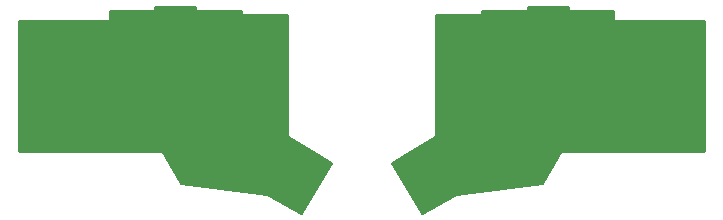
<source format=gbr>
G04 #@! TF.GenerationSoftware,KiCad,Pcbnew,(5.1.10-1-10_14)*
G04 #@! TF.CreationDate,2021-08-18T21:56:21-05:00*
G04 #@! TF.ProjectId,PCB-Keychains,5043422d-4b65-4796-9368-61696e732e6b,rev?*
G04 #@! TF.SameCoordinates,Original*
G04 #@! TF.FileFunction,Copper,L1,Top*
G04 #@! TF.FilePolarity,Positive*
%FSLAX46Y46*%
G04 Gerber Fmt 4.6, Leading zero omitted, Abs format (unit mm)*
G04 Created by KiCad (PCBNEW (5.1.10-1-10_14)) date 2021-08-18 21:56:21*
%MOMM*%
%LPD*%
G01*
G04 APERTURE LIST*
G04 #@! TA.AperFunction,NonConductor*
%ADD10C,0.254000*%
G04 #@! TD*
G04 #@! TA.AperFunction,NonConductor*
%ADD11C,0.100000*%
G04 #@! TD*
G04 APERTURE END LIST*
D10*
X268473000Y-113500000D02*
X268475440Y-113524776D01*
X268482667Y-113548601D01*
X268494403Y-113570557D01*
X268510197Y-113589803D01*
X268529443Y-113605597D01*
X268551399Y-113617333D01*
X268575224Y-113624560D01*
X268600000Y-113627000D01*
X272273000Y-113627000D01*
X272273000Y-114300000D01*
X272275440Y-114324776D01*
X272282667Y-114348601D01*
X272294403Y-114370557D01*
X272310197Y-114389803D01*
X272329443Y-114405597D01*
X272351399Y-114417333D01*
X272375224Y-114424560D01*
X272400000Y-114427000D01*
X279973000Y-114427000D01*
X279973000Y-125473000D01*
X267900000Y-125473000D01*
X267875224Y-125475440D01*
X267851399Y-125482667D01*
X267829443Y-125494403D01*
X267810197Y-125510197D01*
X267790743Y-125535255D01*
X266222546Y-128181587D01*
X258984460Y-129073954D01*
X258960168Y-129079408D01*
X258937387Y-129089507D01*
X256046959Y-130727416D01*
X253572710Y-126445062D01*
X257164907Y-124309161D01*
X257184956Y-124294401D01*
X257201740Y-124276013D01*
X257214614Y-124254704D01*
X257223084Y-124231293D01*
X257227000Y-124200000D01*
X257227000Y-113927000D01*
X261000000Y-113927000D01*
X261024776Y-113924560D01*
X261048601Y-113917333D01*
X261070557Y-113905597D01*
X261089803Y-113889803D01*
X261105597Y-113870557D01*
X261117333Y-113848601D01*
X261124560Y-113824776D01*
X261127000Y-113800000D01*
X261127000Y-113627000D01*
X264900000Y-113627000D01*
X264924776Y-113624560D01*
X264948601Y-113617333D01*
X264970557Y-113605597D01*
X264989803Y-113589803D01*
X265005597Y-113570557D01*
X265017333Y-113548601D01*
X265024560Y-113524776D01*
X265027000Y-113500000D01*
X265027000Y-113227000D01*
X268473000Y-113227000D01*
X268473000Y-113500000D01*
G04 #@! TA.AperFunction,NonConductor*
D11*
G36*
X268473000Y-113500000D02*
G01*
X268475440Y-113524776D01*
X268482667Y-113548601D01*
X268494403Y-113570557D01*
X268510197Y-113589803D01*
X268529443Y-113605597D01*
X268551399Y-113617333D01*
X268575224Y-113624560D01*
X268600000Y-113627000D01*
X272273000Y-113627000D01*
X272273000Y-114300000D01*
X272275440Y-114324776D01*
X272282667Y-114348601D01*
X272294403Y-114370557D01*
X272310197Y-114389803D01*
X272329443Y-114405597D01*
X272351399Y-114417333D01*
X272375224Y-114424560D01*
X272400000Y-114427000D01*
X279973000Y-114427000D01*
X279973000Y-125473000D01*
X267900000Y-125473000D01*
X267875224Y-125475440D01*
X267851399Y-125482667D01*
X267829443Y-125494403D01*
X267810197Y-125510197D01*
X267790743Y-125535255D01*
X266222546Y-128181587D01*
X258984460Y-129073954D01*
X258960168Y-129079408D01*
X258937387Y-129089507D01*
X256046959Y-130727416D01*
X253572710Y-126445062D01*
X257164907Y-124309161D01*
X257184956Y-124294401D01*
X257201740Y-124276013D01*
X257214614Y-124254704D01*
X257223084Y-124231293D01*
X257227000Y-124200000D01*
X257227000Y-113927000D01*
X261000000Y-113927000D01*
X261024776Y-113924560D01*
X261048601Y-113917333D01*
X261070557Y-113905597D01*
X261089803Y-113889803D01*
X261105597Y-113870557D01*
X261117333Y-113848601D01*
X261124560Y-113824776D01*
X261127000Y-113800000D01*
X261127000Y-113627000D01*
X264900000Y-113627000D01*
X264924776Y-113624560D01*
X264948601Y-113617333D01*
X264970557Y-113605597D01*
X264989803Y-113589803D01*
X265005597Y-113570557D01*
X265017333Y-113548601D01*
X265024560Y-113524776D01*
X265027000Y-113500000D01*
X265027000Y-113227000D01*
X268473000Y-113227000D01*
X268473000Y-113500000D01*
G37*
G04 #@! TD.AperFunction*
D10*
X236873000Y-113500000D02*
X236875440Y-113524776D01*
X236882667Y-113548601D01*
X236894403Y-113570557D01*
X236910197Y-113589803D01*
X236929443Y-113605597D01*
X236951399Y-113617333D01*
X236975224Y-113624560D01*
X237000000Y-113627000D01*
X240773000Y-113627000D01*
X240773000Y-113800000D01*
X240775440Y-113824776D01*
X240782667Y-113848601D01*
X240794403Y-113870557D01*
X240810197Y-113889803D01*
X240829443Y-113905597D01*
X240851399Y-113917333D01*
X240875224Y-113924560D01*
X240900000Y-113927000D01*
X244673000Y-113927000D01*
X244673000Y-124200000D01*
X244675440Y-124224776D01*
X244682667Y-124248601D01*
X244694403Y-124270557D01*
X244710197Y-124289803D01*
X244735093Y-124309161D01*
X248327290Y-126445062D01*
X245853041Y-130727416D01*
X242962613Y-129089507D01*
X242939853Y-129079415D01*
X242915540Y-129073954D01*
X235677454Y-128181587D01*
X234109257Y-125535255D01*
X234094527Y-125515184D01*
X234076164Y-125498373D01*
X234054874Y-125485467D01*
X234031475Y-125476962D01*
X234000000Y-125473000D01*
X221927000Y-125473000D01*
X221927000Y-114427000D01*
X229500000Y-114427000D01*
X229524776Y-114424560D01*
X229548601Y-114417333D01*
X229570557Y-114405597D01*
X229589803Y-114389803D01*
X229605597Y-114370557D01*
X229617333Y-114348601D01*
X229624560Y-114324776D01*
X229627000Y-114300000D01*
X229627000Y-113627000D01*
X233300000Y-113627000D01*
X233324776Y-113624560D01*
X233348601Y-113617333D01*
X233370557Y-113605597D01*
X233389803Y-113589803D01*
X233405597Y-113570557D01*
X233417333Y-113548601D01*
X233424560Y-113524776D01*
X233427000Y-113500000D01*
X233427000Y-113227000D01*
X236873000Y-113227000D01*
X236873000Y-113500000D01*
G04 #@! TA.AperFunction,NonConductor*
D11*
G36*
X236873000Y-113500000D02*
G01*
X236875440Y-113524776D01*
X236882667Y-113548601D01*
X236894403Y-113570557D01*
X236910197Y-113589803D01*
X236929443Y-113605597D01*
X236951399Y-113617333D01*
X236975224Y-113624560D01*
X237000000Y-113627000D01*
X240773000Y-113627000D01*
X240773000Y-113800000D01*
X240775440Y-113824776D01*
X240782667Y-113848601D01*
X240794403Y-113870557D01*
X240810197Y-113889803D01*
X240829443Y-113905597D01*
X240851399Y-113917333D01*
X240875224Y-113924560D01*
X240900000Y-113927000D01*
X244673000Y-113927000D01*
X244673000Y-124200000D01*
X244675440Y-124224776D01*
X244682667Y-124248601D01*
X244694403Y-124270557D01*
X244710197Y-124289803D01*
X244735093Y-124309161D01*
X248327290Y-126445062D01*
X245853041Y-130727416D01*
X242962613Y-129089507D01*
X242939853Y-129079415D01*
X242915540Y-129073954D01*
X235677454Y-128181587D01*
X234109257Y-125535255D01*
X234094527Y-125515184D01*
X234076164Y-125498373D01*
X234054874Y-125485467D01*
X234031475Y-125476962D01*
X234000000Y-125473000D01*
X221927000Y-125473000D01*
X221927000Y-114427000D01*
X229500000Y-114427000D01*
X229524776Y-114424560D01*
X229548601Y-114417333D01*
X229570557Y-114405597D01*
X229589803Y-114389803D01*
X229605597Y-114370557D01*
X229617333Y-114348601D01*
X229624560Y-114324776D01*
X229627000Y-114300000D01*
X229627000Y-113627000D01*
X233300000Y-113627000D01*
X233324776Y-113624560D01*
X233348601Y-113617333D01*
X233370557Y-113605597D01*
X233389803Y-113589803D01*
X233405597Y-113570557D01*
X233417333Y-113548601D01*
X233424560Y-113524776D01*
X233427000Y-113500000D01*
X233427000Y-113227000D01*
X236873000Y-113227000D01*
X236873000Y-113500000D01*
G37*
G04 #@! TD.AperFunction*
M02*

</source>
